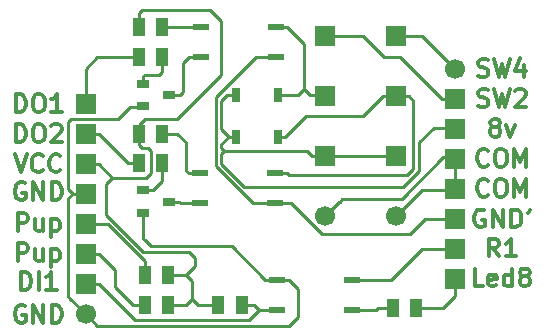
<source format=gbr>
G04 #@! TF.GenerationSoftware,KiCad,Pcbnew,(5.0.0-3-g5ebb6b6)*
G04 #@! TF.CreationDate,2019-04-02T16:58:22+03:00*
G04 #@! TF.ProjectId,uae,7561652E6B696361645F706362000000,rev?*
G04 #@! TF.SameCoordinates,Original*
G04 #@! TF.FileFunction,Copper,L1,Top,Signal*
G04 #@! TF.FilePolarity,Positive*
%FSLAX46Y46*%
G04 Gerber Fmt 4.6, Leading zero omitted, Abs format (unit mm)*
G04 Created by KiCad (PCBNEW (5.0.0-3-g5ebb6b6)) date *
%MOMM*%
%LPD*%
G01*
G04 APERTURE LIST*
G04 #@! TA.AperFunction,NonConductor*
%ADD10C,0.300000*%
G04 #@! TD*
G04 #@! TA.AperFunction,SMDPad,CuDef*
%ADD11R,1.473200X0.609600*%
G04 #@! TD*
G04 #@! TA.AperFunction,ComponentPad*
%ADD12C,1.700000*%
G04 #@! TD*
G04 #@! TA.AperFunction,ComponentPad*
%ADD13R,1.700000X1.700000*%
G04 #@! TD*
G04 #@! TA.AperFunction,SMDPad,CuDef*
%ADD14R,1.000000X1.500000*%
G04 #@! TD*
G04 #@! TA.AperFunction,SMDPad,CuDef*
%ADD15R,0.800000X1.200000*%
G04 #@! TD*
G04 #@! TA.AperFunction,SMDPad,CuDef*
%ADD16R,1.100000X0.800000*%
G04 #@! TD*
G04 #@! TA.AperFunction,Conductor*
%ADD17C,0.250000*%
G04 #@! TD*
G04 APERTURE END LIST*
D10*
X121250000Y-69898571D02*
X120750000Y-69184285D01*
X120392857Y-69898571D02*
X120392857Y-68398571D01*
X120964285Y-68398571D01*
X121107142Y-68470000D01*
X121178571Y-68541428D01*
X121250000Y-68684285D01*
X121250000Y-68898571D01*
X121178571Y-69041428D01*
X121107142Y-69112857D01*
X120964285Y-69184285D01*
X120392857Y-69184285D01*
X122678571Y-69898571D02*
X121821428Y-69898571D01*
X122250000Y-69898571D02*
X122250000Y-68398571D01*
X122107142Y-68612857D01*
X121964285Y-68755714D01*
X121821428Y-68827142D01*
X80785714Y-72718571D02*
X80785714Y-71218571D01*
X81142857Y-71218571D01*
X81357142Y-71290000D01*
X81500000Y-71432857D01*
X81571428Y-71575714D01*
X81642857Y-71861428D01*
X81642857Y-72075714D01*
X81571428Y-72361428D01*
X81500000Y-72504285D01*
X81357142Y-72647142D01*
X81142857Y-72718571D01*
X80785714Y-72718571D01*
X82285714Y-72718571D02*
X82285714Y-71218571D01*
X83785714Y-72718571D02*
X82928571Y-72718571D01*
X83357142Y-72718571D02*
X83357142Y-71218571D01*
X83214285Y-71432857D01*
X83071428Y-71575714D01*
X82928571Y-71647142D01*
X81107142Y-74080000D02*
X80964285Y-74008571D01*
X80750000Y-74008571D01*
X80535714Y-74080000D01*
X80392857Y-74222857D01*
X80321428Y-74365714D01*
X80250000Y-74651428D01*
X80250000Y-74865714D01*
X80321428Y-75151428D01*
X80392857Y-75294285D01*
X80535714Y-75437142D01*
X80750000Y-75508571D01*
X80892857Y-75508571D01*
X81107142Y-75437142D01*
X81178571Y-75365714D01*
X81178571Y-74865714D01*
X80892857Y-74865714D01*
X81821428Y-75508571D02*
X81821428Y-74008571D01*
X82678571Y-75508571D01*
X82678571Y-74008571D01*
X83392857Y-75508571D02*
X83392857Y-74008571D01*
X83750000Y-74008571D01*
X83964285Y-74080000D01*
X84107142Y-74222857D01*
X84178571Y-74365714D01*
X84250000Y-74651428D01*
X84250000Y-74865714D01*
X84178571Y-75151428D01*
X84107142Y-75294285D01*
X83964285Y-75437142D01*
X83750000Y-75508571D01*
X83392857Y-75508571D01*
X119928571Y-72428571D02*
X119214285Y-72428571D01*
X119214285Y-70928571D01*
X121000000Y-72357142D02*
X120857142Y-72428571D01*
X120571428Y-72428571D01*
X120428571Y-72357142D01*
X120357142Y-72214285D01*
X120357142Y-71642857D01*
X120428571Y-71500000D01*
X120571428Y-71428571D01*
X120857142Y-71428571D01*
X121000000Y-71500000D01*
X121071428Y-71642857D01*
X121071428Y-71785714D01*
X120357142Y-71928571D01*
X122357142Y-72428571D02*
X122357142Y-70928571D01*
X122357142Y-72357142D02*
X122214285Y-72428571D01*
X121928571Y-72428571D01*
X121785714Y-72357142D01*
X121714285Y-72285714D01*
X121642857Y-72142857D01*
X121642857Y-71714285D01*
X121714285Y-71571428D01*
X121785714Y-71500000D01*
X121928571Y-71428571D01*
X122214285Y-71428571D01*
X122357142Y-71500000D01*
X123285714Y-71571428D02*
X123142857Y-71500000D01*
X123071428Y-71428571D01*
X123000000Y-71285714D01*
X123000000Y-71214285D01*
X123071428Y-71071428D01*
X123142857Y-71000000D01*
X123285714Y-70928571D01*
X123571428Y-70928571D01*
X123714285Y-71000000D01*
X123785714Y-71071428D01*
X123857142Y-71214285D01*
X123857142Y-71285714D01*
X123785714Y-71428571D01*
X123714285Y-71500000D01*
X123571428Y-71571428D01*
X123285714Y-71571428D01*
X123142857Y-71642857D01*
X123071428Y-71714285D01*
X123000000Y-71857142D01*
X123000000Y-72142857D01*
X123071428Y-72285714D01*
X123142857Y-72357142D01*
X123285714Y-72428571D01*
X123571428Y-72428571D01*
X123714285Y-72357142D01*
X123785714Y-72285714D01*
X123857142Y-72142857D01*
X123857142Y-71857142D01*
X123785714Y-71714285D01*
X123714285Y-71642857D01*
X123571428Y-71571428D01*
X120000000Y-66000000D02*
X119857142Y-65928571D01*
X119642857Y-65928571D01*
X119428571Y-66000000D01*
X119285714Y-66142857D01*
X119214285Y-66285714D01*
X119142857Y-66571428D01*
X119142857Y-66785714D01*
X119214285Y-67071428D01*
X119285714Y-67214285D01*
X119428571Y-67357142D01*
X119642857Y-67428571D01*
X119785714Y-67428571D01*
X120000000Y-67357142D01*
X120071428Y-67285714D01*
X120071428Y-66785714D01*
X119785714Y-66785714D01*
X120714285Y-67428571D02*
X120714285Y-65928571D01*
X121571428Y-67428571D01*
X121571428Y-65928571D01*
X122285714Y-67428571D02*
X122285714Y-65928571D01*
X122642857Y-65928571D01*
X122857142Y-66000000D01*
X123000000Y-66142857D01*
X123071428Y-66285714D01*
X123142857Y-66571428D01*
X123142857Y-66785714D01*
X123071428Y-67071428D01*
X123000000Y-67214285D01*
X122857142Y-67357142D01*
X122642857Y-67428571D01*
X122285714Y-67428571D01*
X123857142Y-65928571D02*
X123857142Y-66000000D01*
X123785714Y-66142857D01*
X123714285Y-66214285D01*
X120321428Y-64695714D02*
X120250000Y-64767142D01*
X120035714Y-64838571D01*
X119892857Y-64838571D01*
X119678571Y-64767142D01*
X119535714Y-64624285D01*
X119464285Y-64481428D01*
X119392857Y-64195714D01*
X119392857Y-63981428D01*
X119464285Y-63695714D01*
X119535714Y-63552857D01*
X119678571Y-63410000D01*
X119892857Y-63338571D01*
X120035714Y-63338571D01*
X120250000Y-63410000D01*
X120321428Y-63481428D01*
X121250000Y-63338571D02*
X121535714Y-63338571D01*
X121678571Y-63410000D01*
X121821428Y-63552857D01*
X121892857Y-63838571D01*
X121892857Y-64338571D01*
X121821428Y-64624285D01*
X121678571Y-64767142D01*
X121535714Y-64838571D01*
X121250000Y-64838571D01*
X121107142Y-64767142D01*
X120964285Y-64624285D01*
X120892857Y-64338571D01*
X120892857Y-63838571D01*
X120964285Y-63552857D01*
X121107142Y-63410000D01*
X121250000Y-63338571D01*
X122535714Y-64838571D02*
X122535714Y-63338571D01*
X123035714Y-64410000D01*
X123535714Y-63338571D01*
X123535714Y-64838571D01*
X120321428Y-62155714D02*
X120250000Y-62227142D01*
X120035714Y-62298571D01*
X119892857Y-62298571D01*
X119678571Y-62227142D01*
X119535714Y-62084285D01*
X119464285Y-61941428D01*
X119392857Y-61655714D01*
X119392857Y-61441428D01*
X119464285Y-61155714D01*
X119535714Y-61012857D01*
X119678571Y-60870000D01*
X119892857Y-60798571D01*
X120035714Y-60798571D01*
X120250000Y-60870000D01*
X120321428Y-60941428D01*
X121250000Y-60798571D02*
X121535714Y-60798571D01*
X121678571Y-60870000D01*
X121821428Y-61012857D01*
X121892857Y-61298571D01*
X121892857Y-61798571D01*
X121821428Y-62084285D01*
X121678571Y-62227142D01*
X121535714Y-62298571D01*
X121250000Y-62298571D01*
X121107142Y-62227142D01*
X120964285Y-62084285D01*
X120892857Y-61798571D01*
X120892857Y-61298571D01*
X120964285Y-61012857D01*
X121107142Y-60870000D01*
X121250000Y-60798571D01*
X122535714Y-62298571D02*
X122535714Y-60798571D01*
X123035714Y-61870000D01*
X123535714Y-60798571D01*
X123535714Y-62298571D01*
X120785714Y-58901428D02*
X120642857Y-58830000D01*
X120571428Y-58758571D01*
X120500000Y-58615714D01*
X120500000Y-58544285D01*
X120571428Y-58401428D01*
X120642857Y-58330000D01*
X120785714Y-58258571D01*
X121071428Y-58258571D01*
X121214285Y-58330000D01*
X121285714Y-58401428D01*
X121357142Y-58544285D01*
X121357142Y-58615714D01*
X121285714Y-58758571D01*
X121214285Y-58830000D01*
X121071428Y-58901428D01*
X120785714Y-58901428D01*
X120642857Y-58972857D01*
X120571428Y-59044285D01*
X120500000Y-59187142D01*
X120500000Y-59472857D01*
X120571428Y-59615714D01*
X120642857Y-59687142D01*
X120785714Y-59758571D01*
X121071428Y-59758571D01*
X121214285Y-59687142D01*
X121285714Y-59615714D01*
X121357142Y-59472857D01*
X121357142Y-59187142D01*
X121285714Y-59044285D01*
X121214285Y-58972857D01*
X121071428Y-58901428D01*
X121857142Y-58758571D02*
X122214285Y-59758571D01*
X122571428Y-58758571D01*
X119500000Y-57147142D02*
X119714285Y-57218571D01*
X120071428Y-57218571D01*
X120214285Y-57147142D01*
X120285714Y-57075714D01*
X120357142Y-56932857D01*
X120357142Y-56790000D01*
X120285714Y-56647142D01*
X120214285Y-56575714D01*
X120071428Y-56504285D01*
X119785714Y-56432857D01*
X119642857Y-56361428D01*
X119571428Y-56290000D01*
X119500000Y-56147142D01*
X119500000Y-56004285D01*
X119571428Y-55861428D01*
X119642857Y-55790000D01*
X119785714Y-55718571D01*
X120142857Y-55718571D01*
X120357142Y-55790000D01*
X120857142Y-55718571D02*
X121214285Y-57218571D01*
X121500000Y-56147142D01*
X121785714Y-57218571D01*
X122142857Y-55718571D01*
X122642857Y-55861428D02*
X122714285Y-55790000D01*
X122857142Y-55718571D01*
X123214285Y-55718571D01*
X123357142Y-55790000D01*
X123428571Y-55861428D01*
X123500000Y-56004285D01*
X123500000Y-56147142D01*
X123428571Y-56361428D01*
X122571428Y-57218571D01*
X123500000Y-57218571D01*
X119500000Y-54607142D02*
X119714285Y-54678571D01*
X120071428Y-54678571D01*
X120214285Y-54607142D01*
X120285714Y-54535714D01*
X120357142Y-54392857D01*
X120357142Y-54250000D01*
X120285714Y-54107142D01*
X120214285Y-54035714D01*
X120071428Y-53964285D01*
X119785714Y-53892857D01*
X119642857Y-53821428D01*
X119571428Y-53750000D01*
X119500000Y-53607142D01*
X119500000Y-53464285D01*
X119571428Y-53321428D01*
X119642857Y-53250000D01*
X119785714Y-53178571D01*
X120142857Y-53178571D01*
X120357142Y-53250000D01*
X120857142Y-53178571D02*
X121214285Y-54678571D01*
X121500000Y-53607142D01*
X121785714Y-54678571D01*
X122142857Y-53178571D01*
X123357142Y-53678571D02*
X123357142Y-54678571D01*
X123000000Y-53107142D02*
X122642857Y-54178571D01*
X123571428Y-54178571D01*
X80500000Y-70298571D02*
X80500000Y-68798571D01*
X81071428Y-68798571D01*
X81214285Y-68870000D01*
X81285714Y-68941428D01*
X81357142Y-69084285D01*
X81357142Y-69298571D01*
X81285714Y-69441428D01*
X81214285Y-69512857D01*
X81071428Y-69584285D01*
X80500000Y-69584285D01*
X82642857Y-69298571D02*
X82642857Y-70298571D01*
X82000000Y-69298571D02*
X82000000Y-70084285D01*
X82071428Y-70227142D01*
X82214285Y-70298571D01*
X82428571Y-70298571D01*
X82571428Y-70227142D01*
X82642857Y-70155714D01*
X83357142Y-69298571D02*
X83357142Y-70798571D01*
X83357142Y-69370000D02*
X83500000Y-69298571D01*
X83785714Y-69298571D01*
X83928571Y-69370000D01*
X84000000Y-69441428D01*
X84071428Y-69584285D01*
X84071428Y-70012857D01*
X84000000Y-70155714D01*
X83928571Y-70227142D01*
X83785714Y-70298571D01*
X83500000Y-70298571D01*
X83357142Y-70227142D01*
X80500000Y-67758571D02*
X80500000Y-66258571D01*
X81071428Y-66258571D01*
X81214285Y-66330000D01*
X81285714Y-66401428D01*
X81357142Y-66544285D01*
X81357142Y-66758571D01*
X81285714Y-66901428D01*
X81214285Y-66972857D01*
X81071428Y-67044285D01*
X80500000Y-67044285D01*
X82642857Y-66758571D02*
X82642857Y-67758571D01*
X82000000Y-66758571D02*
X82000000Y-67544285D01*
X82071428Y-67687142D01*
X82214285Y-67758571D01*
X82428571Y-67758571D01*
X82571428Y-67687142D01*
X82642857Y-67615714D01*
X83357142Y-66758571D02*
X83357142Y-68258571D01*
X83357142Y-66830000D02*
X83500000Y-66758571D01*
X83785714Y-66758571D01*
X83928571Y-66830000D01*
X84000000Y-66901428D01*
X84071428Y-67044285D01*
X84071428Y-67472857D01*
X84000000Y-67615714D01*
X83928571Y-67687142D01*
X83785714Y-67758571D01*
X83500000Y-67758571D01*
X83357142Y-67687142D01*
X81107142Y-63700000D02*
X80964285Y-63628571D01*
X80750000Y-63628571D01*
X80535714Y-63700000D01*
X80392857Y-63842857D01*
X80321428Y-63985714D01*
X80250000Y-64271428D01*
X80250000Y-64485714D01*
X80321428Y-64771428D01*
X80392857Y-64914285D01*
X80535714Y-65057142D01*
X80750000Y-65128571D01*
X80892857Y-65128571D01*
X81107142Y-65057142D01*
X81178571Y-64985714D01*
X81178571Y-64485714D01*
X80892857Y-64485714D01*
X81821428Y-65128571D02*
X81821428Y-63628571D01*
X82678571Y-65128571D01*
X82678571Y-63628571D01*
X83392857Y-65128571D02*
X83392857Y-63628571D01*
X83750000Y-63628571D01*
X83964285Y-63700000D01*
X84107142Y-63842857D01*
X84178571Y-63985714D01*
X84250000Y-64271428D01*
X84250000Y-64485714D01*
X84178571Y-64771428D01*
X84107142Y-64914285D01*
X83964285Y-65057142D01*
X83750000Y-65128571D01*
X83392857Y-65128571D01*
X80250000Y-61258571D02*
X80750000Y-62758571D01*
X81250000Y-61258571D01*
X82607142Y-62615714D02*
X82535714Y-62687142D01*
X82321428Y-62758571D01*
X82178571Y-62758571D01*
X81964285Y-62687142D01*
X81821428Y-62544285D01*
X81750000Y-62401428D01*
X81678571Y-62115714D01*
X81678571Y-61901428D01*
X81750000Y-61615714D01*
X81821428Y-61472857D01*
X81964285Y-61330000D01*
X82178571Y-61258571D01*
X82321428Y-61258571D01*
X82535714Y-61330000D01*
X82607142Y-61401428D01*
X84107142Y-62615714D02*
X84035714Y-62687142D01*
X83821428Y-62758571D01*
X83678571Y-62758571D01*
X83464285Y-62687142D01*
X83321428Y-62544285D01*
X83250000Y-62401428D01*
X83178571Y-62115714D01*
X83178571Y-61901428D01*
X83250000Y-61615714D01*
X83321428Y-61472857D01*
X83464285Y-61330000D01*
X83678571Y-61258571D01*
X83821428Y-61258571D01*
X84035714Y-61330000D01*
X84107142Y-61401428D01*
X80357142Y-60218571D02*
X80357142Y-58718571D01*
X80714285Y-58718571D01*
X80928571Y-58790000D01*
X81071428Y-58932857D01*
X81142857Y-59075714D01*
X81214285Y-59361428D01*
X81214285Y-59575714D01*
X81142857Y-59861428D01*
X81071428Y-60004285D01*
X80928571Y-60147142D01*
X80714285Y-60218571D01*
X80357142Y-60218571D01*
X82142857Y-58718571D02*
X82428571Y-58718571D01*
X82571428Y-58790000D01*
X82714285Y-58932857D01*
X82785714Y-59218571D01*
X82785714Y-59718571D01*
X82714285Y-60004285D01*
X82571428Y-60147142D01*
X82428571Y-60218571D01*
X82142857Y-60218571D01*
X82000000Y-60147142D01*
X81857142Y-60004285D01*
X81785714Y-59718571D01*
X81785714Y-59218571D01*
X81857142Y-58932857D01*
X82000000Y-58790000D01*
X82142857Y-58718571D01*
X83357142Y-58861428D02*
X83428571Y-58790000D01*
X83571428Y-58718571D01*
X83928571Y-58718571D01*
X84071428Y-58790000D01*
X84142857Y-58861428D01*
X84214285Y-59004285D01*
X84214285Y-59147142D01*
X84142857Y-59361428D01*
X83285714Y-60218571D01*
X84214285Y-60218571D01*
X80357142Y-57678571D02*
X80357142Y-56178571D01*
X80714285Y-56178571D01*
X80928571Y-56250000D01*
X81071428Y-56392857D01*
X81142857Y-56535714D01*
X81214285Y-56821428D01*
X81214285Y-57035714D01*
X81142857Y-57321428D01*
X81071428Y-57464285D01*
X80928571Y-57607142D01*
X80714285Y-57678571D01*
X80357142Y-57678571D01*
X82142857Y-56178571D02*
X82428571Y-56178571D01*
X82571428Y-56250000D01*
X82714285Y-56392857D01*
X82785714Y-56678571D01*
X82785714Y-57178571D01*
X82714285Y-57464285D01*
X82571428Y-57607142D01*
X82428571Y-57678571D01*
X82142857Y-57678571D01*
X82000000Y-57607142D01*
X81857142Y-57464285D01*
X81785714Y-57178571D01*
X81785714Y-56678571D01*
X81857142Y-56392857D01*
X82000000Y-56250000D01*
X82142857Y-56178571D01*
X84214285Y-57678571D02*
X83357142Y-57678571D01*
X83785714Y-57678571D02*
X83785714Y-56178571D01*
X83642857Y-56392857D01*
X83500000Y-56535714D01*
X83357142Y-56607142D01*
D11*
G04 #@! TO.P,DA1,1*
G04 #@! TO.N,Net-(DA1-Pad1)*
X96000000Y-50500000D03*
G04 #@! TO.P,DA1,2*
G04 #@! TO.N,Net-(DA1-Pad2)*
X96000000Y-53040000D03*
G04 #@! TO.P,DA1,3*
G04 #@! TO.N,/GND_OUT*
X102338000Y-53040000D03*
G04 #@! TO.P,DA1,4*
G04 #@! TO.N,Net-(DA1-Pad4)*
X102338000Y-50500000D03*
G04 #@! TD*
G04 #@! TO.P,DA2,4*
G04 #@! TO.N,Net-(DA2-Pad4)*
X102294000Y-62845000D03*
G04 #@! TO.P,DA2,3*
G04 #@! TO.N,/GND_OUT*
X102294000Y-65385000D03*
G04 #@! TO.P,DA2,2*
G04 #@! TO.N,Net-(DA2-Pad2)*
X95956000Y-65385000D03*
G04 #@! TO.P,DA2,1*
G04 #@! TO.N,Net-(DA2-Pad1)*
X95956000Y-62845000D03*
G04 #@! TD*
G04 #@! TO.P,DA3,1*
G04 #@! TO.N,Net-(DA3-Pad1)*
X108794000Y-74405000D03*
G04 #@! TO.P,DA3,2*
G04 #@! TO.N,/DI_gnd*
X108794000Y-71865000D03*
G04 #@! TO.P,DA3,3*
G04 #@! TO.N,/GND_RPI*
X102456000Y-71865000D03*
G04 #@! TO.P,DA3,4*
G04 #@! TO.N,/DI_1_RPI*
X102456000Y-74405000D03*
G04 #@! TD*
D12*
G04 #@! TO.P,DA4,1*
G04 #@! TO.N,/COM_OUT*
X106500000Y-66490000D03*
D13*
G04 #@! TO.P,DA4,3*
G04 #@! TO.N,/5V_OUT*
X106500000Y-61410000D03*
G04 #@! TO.P,DA4,5*
G04 #@! TO.N,Net-(DA1-Pad4)*
X106500000Y-56330000D03*
G04 #@! TO.P,DA4,7*
G04 #@! TO.N,/OUT_1*
X106500000Y-51250000D03*
G04 #@! TD*
G04 #@! TO.P,DA5,7*
G04 #@! TO.N,/OUT_2*
X112500000Y-51250000D03*
G04 #@! TO.P,DA5,5*
G04 #@! TO.N,Net-(DA2-Pad4)*
X112500000Y-56330000D03*
G04 #@! TO.P,DA5,3*
G04 #@! TO.N,/5V_OUT*
X112500000Y-61410000D03*
D12*
G04 #@! TO.P,DA5,1*
G04 #@! TO.N,/COM_OUT*
X112500000Y-66490000D03*
G04 #@! TD*
D14*
G04 #@! TO.P,R1,2*
G04 #@! TO.N,/VCC_RPI*
X93250000Y-74000000D03*
G04 #@! TO.P,R1,1*
G04 #@! TO.N,/PULL_UP_1*
X91250000Y-74000000D03*
G04 #@! TD*
G04 #@! TO.P,R2,1*
G04 #@! TO.N,/PULL_UP_2*
X91250000Y-71500000D03*
G04 #@! TO.P,R2,2*
G04 #@! TO.N,/VCC_RPI*
X93250000Y-71500000D03*
G04 #@! TD*
G04 #@! TO.P,R3,2*
G04 #@! TO.N,Net-(DA1-Pad1)*
X92750000Y-50500000D03*
G04 #@! TO.P,R3,1*
G04 #@! TO.N,/VCC_RPI*
X90750000Y-50500000D03*
G04 #@! TD*
G04 #@! TO.P,R4,1*
G04 #@! TO.N,/DO_1_RPI*
X90750000Y-53000000D03*
G04 #@! TO.P,R4,2*
G04 #@! TO.N,Net-(R4-Pad2)*
X92750000Y-53000000D03*
G04 #@! TD*
G04 #@! TO.P,R5,2*
G04 #@! TO.N,Net-(DA2-Pad1)*
X92750000Y-59500000D03*
G04 #@! TO.P,R5,1*
G04 #@! TO.N,/VCC_RPI*
X90750000Y-59500000D03*
G04 #@! TD*
G04 #@! TO.P,R6,1*
G04 #@! TO.N,/DO_2_RPI*
X90750000Y-62000000D03*
G04 #@! TO.P,R6,2*
G04 #@! TO.N,Net-(R6-Pad2)*
X92750000Y-62000000D03*
G04 #@! TD*
G04 #@! TO.P,R7,1*
G04 #@! TO.N,/DI_1_RPI*
X99500000Y-74000000D03*
G04 #@! TO.P,R7,2*
G04 #@! TO.N,/VCC_RPI*
X97500000Y-74000000D03*
G04 #@! TD*
G04 #@! TO.P,R8,2*
G04 #@! TO.N,/DI_1_in*
X114250000Y-74250000D03*
G04 #@! TO.P,R8,1*
G04 #@! TO.N,Net-(DA3-Pad1)*
X112250000Y-74250000D03*
G04 #@! TD*
D15*
G04 #@! TO.P,VD1,1*
G04 #@! TO.N,Net-(DA1-Pad4)*
X102500000Y-56250000D03*
G04 #@! TO.P,VD1,2*
G04 #@! TO.N,/5V_OUT*
X99000000Y-56250000D03*
G04 #@! TD*
G04 #@! TO.P,VD2,2*
G04 #@! TO.N,/5V_OUT*
X99000000Y-59750000D03*
G04 #@! TO.P,VD2,1*
G04 #@! TO.N,Net-(DA2-Pad4)*
X102500000Y-59750000D03*
G04 #@! TD*
D16*
G04 #@! TO.P,VT1,1*
G04 #@! TO.N,Net-(R4-Pad2)*
X91150000Y-55300000D03*
G04 #@! TO.P,VT1,2*
G04 #@! TO.N,/GND_RPI*
X91150000Y-57200000D03*
G04 #@! TO.P,VT1,3*
G04 #@! TO.N,Net-(DA1-Pad2)*
X93350000Y-56250000D03*
G04 #@! TD*
G04 #@! TO.P,VT2,3*
G04 #@! TO.N,Net-(DA2-Pad2)*
X93350000Y-65250000D03*
G04 #@! TO.P,VT2,2*
G04 #@! TO.N,/GND_RPI*
X91150000Y-66200000D03*
G04 #@! TO.P,VT2,1*
G04 #@! TO.N,Net-(R6-Pad2)*
X91150000Y-64300000D03*
G04 #@! TD*
D12*
G04 #@! TO.P,XP2,1*
G04 #@! TO.N,/OUT_2*
X117500000Y-54000000D03*
D13*
G04 #@! TO.P,XP2,2*
G04 #@! TO.N,/OUT_1*
X117500000Y-56540000D03*
G04 #@! TO.P,XP2,3*
G04 #@! TO.N,/5V_OUT*
X117500000Y-59080000D03*
G04 #@! TO.P,XP2,4*
G04 #@! TO.N,/COM_OUT*
X117500000Y-61620000D03*
G04 #@! TO.P,XP2,5*
X117500000Y-64160000D03*
G04 #@! TO.P,XP2,6*
G04 #@! TO.N,/GND_OUT*
X117500000Y-66700000D03*
G04 #@! TO.P,XP2,7*
G04 #@! TO.N,/DI_gnd*
X117500000Y-69240000D03*
G04 #@! TO.P,XP2,8*
G04 #@! TO.N,/DI_1_in*
X117500000Y-71780000D03*
G04 #@! TD*
D12*
G04 #@! TO.P,XP1,1*
G04 #@! TO.N,/GND_RPI*
X86250000Y-74750000D03*
D13*
G04 #@! TO.P,XP1,2*
G04 #@! TO.N,/DI_1_RPI*
X86250000Y-72210000D03*
G04 #@! TO.P,XP1,3*
G04 #@! TO.N,/PULL_UP_1*
X86250000Y-69670000D03*
G04 #@! TO.P,XP1,4*
G04 #@! TO.N,/PULL_UP_2*
X86250000Y-67130000D03*
G04 #@! TO.P,XP1,5*
G04 #@! TO.N,/GND_RPI*
X86250000Y-64590000D03*
G04 #@! TO.P,XP1,6*
G04 #@! TO.N,/VCC_RPI*
X86250000Y-62050000D03*
G04 #@! TO.P,XP1,7*
G04 #@! TO.N,/DO_2_RPI*
X86250000Y-59510000D03*
G04 #@! TO.P,XP1,8*
G04 #@! TO.N,/DO_1_RPI*
X86250000Y-56970000D03*
G04 #@! TD*
D17*
G04 #@! TO.N,Net-(DA1-Pad1)*
X92750000Y-50500000D02*
X96000000Y-50500000D01*
G04 #@! TO.N,Net-(DA1-Pad2)*
X94500000Y-53553400D02*
X95013400Y-53040000D01*
X94500000Y-56000000D02*
X94500000Y-53553400D01*
X95013400Y-53040000D02*
X96000000Y-53040000D01*
X94250000Y-56250000D02*
X94500000Y-56000000D01*
X93500000Y-56250000D02*
X94250000Y-56250000D01*
G04 #@! TO.N,/GND_OUT*
X102294000Y-65385000D02*
X100385000Y-65385000D01*
X100385000Y-65385000D02*
X97250000Y-62250000D01*
X97250000Y-56414998D02*
X100664998Y-53000000D01*
X97250000Y-62250000D02*
X97250000Y-56414998D01*
X100664998Y-53000000D02*
X102250000Y-53000000D01*
X102294000Y-65385000D02*
X103635000Y-65385000D01*
X103635000Y-65385000D02*
X104500000Y-66250000D01*
X104500000Y-66250000D02*
X106250000Y-68000000D01*
X106250000Y-68000000D02*
X113750000Y-68000000D01*
X113750000Y-68000000D02*
X115000000Y-66750000D01*
X115000000Y-66750000D02*
X117500000Y-66750000D01*
G04 #@! TO.N,Net-(DA1-Pad4)*
X103324600Y-50500000D02*
X104750000Y-51925400D01*
X102338000Y-50500000D02*
X103324600Y-50500000D01*
X104750000Y-51925400D02*
X104750000Y-55750000D01*
X104750000Y-55750000D02*
X105250000Y-56250000D01*
X105250000Y-56250000D02*
X106500000Y-56250000D01*
X104250000Y-56250000D02*
X104750000Y-55750000D01*
X102500000Y-56250000D02*
X104250000Y-56250000D01*
G04 #@! TO.N,Net-(DA2-Pad4)*
X103150000Y-59750000D02*
X104900000Y-58000000D01*
X102500000Y-59750000D02*
X103150000Y-59750000D01*
X109730000Y-58000000D02*
X109250000Y-58000000D01*
X111400000Y-56330000D02*
X109730000Y-58000000D01*
X112500000Y-56330000D02*
X111400000Y-56330000D01*
X104900000Y-58000000D02*
X109250000Y-58000000D01*
X103280600Y-62845000D02*
X102294000Y-62845000D01*
X112500000Y-56330000D02*
X113600000Y-56330000D01*
X114000000Y-56730000D02*
X114000000Y-62500000D01*
X103435600Y-63000000D02*
X103280600Y-62845000D01*
X113600000Y-56330000D02*
X114000000Y-56730000D01*
X113500000Y-63000000D02*
X103435600Y-63000000D01*
X114000000Y-62500000D02*
X113500000Y-63000000D01*
G04 #@! TO.N,Net-(DA2-Pad2)*
X95956000Y-65385000D02*
X94635000Y-65385000D01*
X94150000Y-65250000D02*
X94285000Y-65385000D01*
X94285000Y-65385000D02*
X94635000Y-65385000D01*
X93350000Y-65250000D02*
X94150000Y-65250000D01*
G04 #@! TO.N,Net-(DA2-Pad1)*
X94969400Y-62845000D02*
X94750000Y-62625600D01*
X95956000Y-62845000D02*
X94969400Y-62845000D01*
X94750000Y-62625600D02*
X94750000Y-60250000D01*
X94750000Y-60250000D02*
X94000000Y-59500000D01*
X94000000Y-59500000D02*
X92750000Y-59500000D01*
G04 #@! TO.N,Net-(DA3-Pad1)*
X108794000Y-74405000D02*
X110845000Y-74405000D01*
X110845000Y-74405000D02*
X111000000Y-74250000D01*
X111000000Y-74250000D02*
X112250000Y-74250000D01*
G04 #@! TO.N,/DI_gnd*
X108794000Y-71865000D02*
X112135000Y-71865000D01*
X112135000Y-71865000D02*
X114750000Y-69250000D01*
X114750000Y-69250000D02*
X117500000Y-69250000D01*
G04 #@! TO.N,/GND_RPI*
X86250000Y-64620000D02*
X85150000Y-64620000D01*
X85000000Y-58250000D02*
X89000000Y-58250000D01*
X89000000Y-58250000D02*
X90000000Y-57250000D01*
X90000000Y-57250000D02*
X91000000Y-57250000D01*
X101469400Y-71865000D02*
X98604400Y-69000000D01*
X102456000Y-71865000D02*
X101469400Y-71865000D01*
X98604400Y-69000000D02*
X91750000Y-69000000D01*
X91150000Y-68400000D02*
X91500000Y-68750000D01*
X91150000Y-66200000D02*
X91150000Y-68400000D01*
X91500000Y-68750000D02*
X91250000Y-68500000D01*
X91750000Y-69000000D02*
X91500000Y-68750000D01*
X84750000Y-64220000D02*
X84750000Y-58500000D01*
X84750000Y-58500000D02*
X85000000Y-58250000D01*
X85150000Y-64620000D02*
X84750000Y-64220000D01*
X85130000Y-64620000D02*
X84750000Y-65000000D01*
X85150000Y-64620000D02*
X85130000Y-64620000D01*
X84750000Y-70500000D02*
X84750000Y-73250000D01*
X84750000Y-65000000D02*
X84750000Y-70500000D01*
X84750000Y-73250000D02*
X84885001Y-73385001D01*
X84885001Y-73385001D02*
X86250000Y-74750000D01*
X86250000Y-74750000D02*
X87250000Y-75750000D01*
X102250000Y-75750000D02*
X103500000Y-75750000D01*
X87250000Y-75750000D02*
X102250000Y-75750000D01*
X103500000Y-75750000D02*
X104250000Y-75000000D01*
X103442600Y-71865000D02*
X104250000Y-72672400D01*
X104250000Y-72672400D02*
X104250000Y-73000000D01*
X102456000Y-71865000D02*
X103442600Y-71865000D01*
X104250000Y-75000000D02*
X104250000Y-73000000D01*
G04 #@! TO.N,/DI_1_RPI*
X102456000Y-74405000D02*
X100905000Y-74405000D01*
X100500000Y-74000000D02*
X100905000Y-74405000D01*
X99500000Y-74000000D02*
X100500000Y-74000000D01*
X100060000Y-75250000D02*
X100905000Y-74405000D01*
X90390000Y-75250000D02*
X100060000Y-75250000D01*
X87350000Y-72210000D02*
X90390000Y-75250000D01*
X86250000Y-72210000D02*
X87350000Y-72210000D01*
G04 #@! TO.N,/COM_OUT*
X113349999Y-65640001D02*
X113359999Y-65640001D01*
X112500000Y-66490000D02*
X113349999Y-65640001D01*
X113359999Y-65640001D02*
X114750000Y-64250000D01*
X114750000Y-64250000D02*
X117500000Y-64250000D01*
X117500000Y-61620000D02*
X117500000Y-64000000D01*
X106500000Y-66490000D02*
X107740000Y-65250000D01*
X107740000Y-65250000D02*
X107750000Y-65250000D01*
X107750000Y-65250000D02*
X108000000Y-65000000D01*
X108000000Y-65000000D02*
X112772820Y-65000000D01*
X112772820Y-65000000D02*
X113000000Y-65000000D01*
X113000000Y-65000000D02*
X116500000Y-61500000D01*
X116500000Y-61500000D02*
X117500000Y-61500000D01*
G04 #@! TO.N,/5V_OUT*
X98350000Y-59750000D02*
X97750000Y-59150000D01*
X99000000Y-59750000D02*
X98350000Y-59750000D01*
X97750000Y-59150000D02*
X97750000Y-56750000D01*
X97750000Y-56750000D02*
X98250000Y-56250000D01*
X98250000Y-56250000D02*
X99000000Y-56250000D01*
X105400000Y-61410000D02*
X106500000Y-61410000D01*
X104990000Y-61000000D02*
X105400000Y-61410000D01*
X98000000Y-61000000D02*
X104990000Y-61000000D01*
X97750000Y-60350000D02*
X97750000Y-60750000D01*
X97750000Y-60750000D02*
X98000000Y-61000000D01*
X98350000Y-59750000D02*
X97750000Y-60350000D01*
X106500000Y-61410000D02*
X112410000Y-61410000D01*
X98000000Y-61000000D02*
X97750000Y-61250000D01*
X97750000Y-61250000D02*
X97750000Y-61750000D01*
X97750000Y-61750000D02*
X97750000Y-62113590D01*
X97750000Y-62113590D02*
X99636410Y-64000000D01*
X113136410Y-64000000D02*
X114500000Y-62636410D01*
X99636410Y-64000000D02*
X113136410Y-64000000D01*
X114500000Y-62636410D02*
X114500000Y-60250000D01*
X114500000Y-60250000D02*
X115750000Y-59000000D01*
X115750000Y-59000000D02*
X117500000Y-59000000D01*
G04 #@! TO.N,/OUT_1*
X116400000Y-56540000D02*
X117500000Y-56540000D01*
X112860000Y-53000000D02*
X116400000Y-56540000D01*
X111500000Y-53000000D02*
X112860000Y-53000000D01*
X109750000Y-51250000D02*
X111500000Y-53000000D01*
X106500000Y-51250000D02*
X109750000Y-51250000D01*
G04 #@! TO.N,/OUT_2*
X112500000Y-51250000D02*
X114750000Y-51250000D01*
X114750000Y-51250000D02*
X117500000Y-54000000D01*
G04 #@! TO.N,/VCC_RPI*
X93250000Y-74000000D02*
X94750000Y-74000000D01*
X94750000Y-74000000D02*
X95250000Y-73500000D01*
X95250000Y-73500000D02*
X95750000Y-74000000D01*
X95750000Y-74000000D02*
X97500000Y-74000000D01*
X95250000Y-73500000D02*
X95250000Y-72000000D01*
X95250000Y-72000000D02*
X94750000Y-71500000D01*
X94750000Y-71500000D02*
X93250000Y-71500000D01*
X87350000Y-62080000D02*
X88520000Y-63250000D01*
X86250000Y-62080000D02*
X87350000Y-62080000D01*
X88520000Y-63250000D02*
X90500000Y-63250000D01*
X91335002Y-63250000D02*
X91750000Y-62835002D01*
X90500000Y-63250000D02*
X91335002Y-63250000D01*
X91750000Y-62835002D02*
X91750000Y-61000000D01*
X91750000Y-61000000D02*
X91500000Y-60750000D01*
X91500000Y-60750000D02*
X91250000Y-60750000D01*
X91250000Y-60750000D02*
X91000000Y-60750000D01*
X91000000Y-60750000D02*
X90750000Y-60500000D01*
X90750000Y-60500000D02*
X90750000Y-59500000D01*
X95500000Y-70000000D02*
X95500000Y-70750000D01*
X95500000Y-70750000D02*
X94750000Y-71500000D01*
X95000000Y-69500000D02*
X95500000Y-70000000D01*
X88000000Y-66363590D02*
X91136410Y-69500000D01*
X88520000Y-63250000D02*
X88500000Y-63250000D01*
X91136410Y-69500000D02*
X95000000Y-69500000D01*
X88000000Y-63750000D02*
X88000000Y-66363590D01*
X88500000Y-63250000D02*
X88000000Y-63750000D01*
X91250000Y-58250000D02*
X90750000Y-58750000D01*
X90750000Y-58750000D02*
X90750000Y-59500000D01*
X96750000Y-49000000D02*
X97750000Y-50000000D01*
X97750000Y-50000000D02*
X97750000Y-54500000D01*
X91000000Y-49000000D02*
X96750000Y-49000000D01*
X97750000Y-54500000D02*
X94000000Y-58250000D01*
X90750000Y-49250000D02*
X91000000Y-49000000D01*
X94000000Y-58250000D02*
X91250000Y-58250000D01*
X90750000Y-50500000D02*
X90750000Y-49250000D01*
G04 #@! TO.N,/PULL_UP_1*
X87350000Y-69670000D02*
X88750000Y-71070000D01*
X86250000Y-69670000D02*
X87350000Y-69670000D01*
X88750000Y-72500000D02*
X90250000Y-74000000D01*
X88750000Y-71070000D02*
X88750000Y-72500000D01*
X91250000Y-74000000D02*
X90250000Y-74000000D01*
G04 #@! TO.N,/PULL_UP_2*
X91250000Y-71500000D02*
X91250000Y-71250000D01*
X91250000Y-71250000D02*
X91250000Y-70250000D01*
X88160000Y-67160000D02*
X88750000Y-67750000D01*
X86250000Y-67160000D02*
X88160000Y-67160000D01*
X91250000Y-70250000D02*
X88750000Y-67750000D01*
G04 #@! TO.N,/DO_1_RPI*
X90750000Y-53000000D02*
X87250000Y-53000000D01*
X87250000Y-53000000D02*
X86250000Y-54000000D01*
X86250000Y-54000000D02*
X86250000Y-57000000D01*
G04 #@! TO.N,Net-(R4-Pad2)*
X91150000Y-54650000D02*
X91300000Y-54500000D01*
X91150000Y-55300000D02*
X91150000Y-54650000D01*
X91300000Y-54500000D02*
X92500000Y-54500000D01*
X92500000Y-54500000D02*
X92750000Y-54250000D01*
X92750000Y-54250000D02*
X92750000Y-53000000D01*
G04 #@! TO.N,/DO_2_RPI*
X87350000Y-59540000D02*
X89810000Y-62000000D01*
X86250000Y-59540000D02*
X87350000Y-59540000D01*
X89810000Y-62000000D02*
X90500000Y-62000000D01*
G04 #@! TO.N,Net-(R6-Pad2)*
X92750000Y-63000000D02*
X92750000Y-62000000D01*
X92750000Y-63500000D02*
X92750000Y-63000000D01*
X91950000Y-64300000D02*
X92750000Y-63500000D01*
X91150000Y-64300000D02*
X91950000Y-64300000D01*
G04 #@! TO.N,/DI_1_in*
X114250000Y-74250000D02*
X116500000Y-74250000D01*
X116500000Y-74250000D02*
X117500000Y-73250000D01*
X117500000Y-73250000D02*
X117500000Y-71750000D01*
G04 #@! TD*
M02*

</source>
